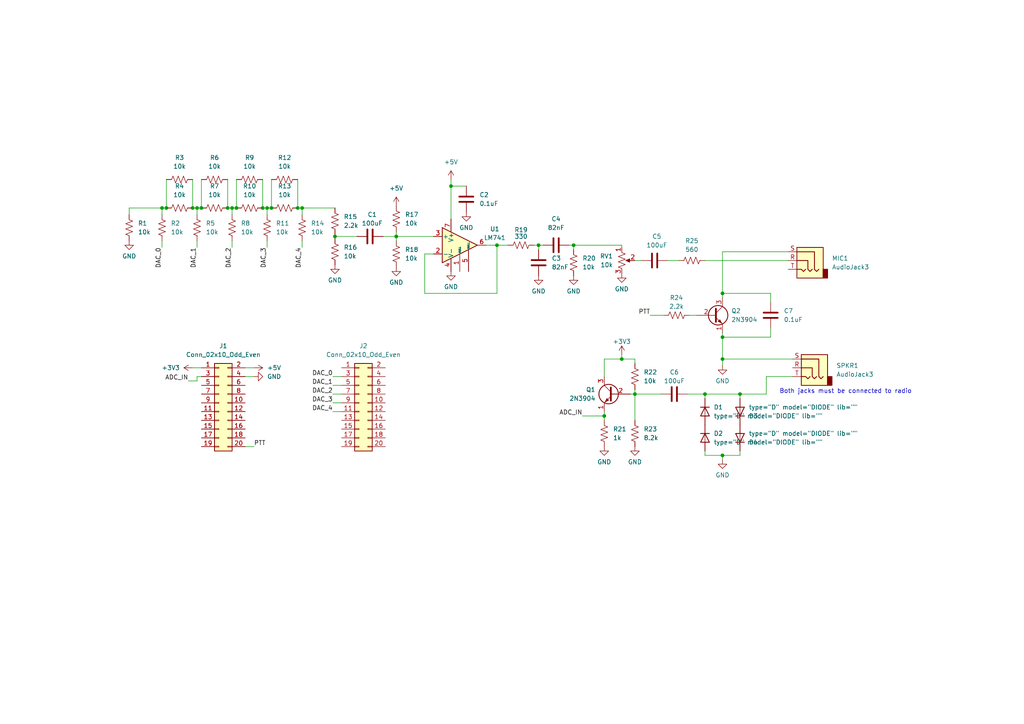
<source format=kicad_sch>
(kicad_sch (version 20211123) (generator eeschema)
  (paper "A4")
  (lib_symbols
    (symbol "Amplifier_Operational:LM741" (pin_names (offset 0.127))
      (property "Reference" "U" (at 0 6.35 0))
      (property "Value" "LM741" (at 0 3.81 0))
      (symbol "LM741_0_1"
        (polyline (pts (xy -5.08 5.08) (xy 5.08 0) (xy -5.08 -5.08) (xy -5.08 5.08)) (stroke (width 0.254)) (fill (type background)))
      )
      (symbol "LM741_1_1"
        (pin input line (at 0 -7.62 90) (length 5.08) (name "NULL") (number "1"))
        (pin input line (at -7.62 -2.54 0) (length 2.54) (name "-") (number "2"))
        (pin input line (at -7.62 2.54 0) (length 2.54) (name "+") (number "3"))
        (pin power_in line (at -2.54 -7.62 90) (length 3.81) (name "V-") (number "4"))
        (pin input line (at 2.54 -7.62 90) (length 6.35) (name "NULL") (number "5"))
        (pin output line (at 7.62 0 180) (length 2.54) (name "~") (number "6"))
        (pin power_in line (at -2.54 7.62 270) (length 3.81) (name "V+") (number "7"))
        (pin no_connect line (at 0 2.54 270) (length 2.54) hide (name "NC") (number "8"))
      )
    )
    (symbol "Connector:AudioJack3"
      (property "Reference" "J" (at 0 8.89 0))
      (property "Value" "AudioJack3" (at 0 6.35 0))
      (symbol "AudioJack3_0_1"
        (rectangle (start -5.08 -5.08) (end -6.35 -2.54) (stroke (width 0.254)) (fill (type outline)))
        (polyline (pts (xy 0 -2.54) (xy 0.635 -3.175) (xy 1.27 -2.54) (xy 2.54 -2.54)) (stroke (width 0.254)))
        (polyline (pts (xy -1.905 -2.54) (xy -1.27 -3.175) (xy -0.635 -2.54) (xy -0.635 0) (xy 2.54 0)) (stroke (width 0.254)))
        (polyline (pts (xy 2.54 2.54) (xy -2.54 2.54) (xy -2.54 -2.54) (xy -3.175 -3.175) (xy -3.81 -2.54)) (stroke (width 0.254)))
        (rectangle (start 2.54 3.81) (end -5.08 -5.08) (stroke (width 0.254)) (fill (type background)))
      )
      (symbol "AudioJack3_1_1"
        (pin passive line (at 5.08 0 180) (length 2.54) (name "~") (number "R"))
        (pin passive line (at 5.08 2.54 180) (length 2.54) (name "~") (number "S"))
        (pin passive line (at 5.08 -2.54 180) (length 2.54) (name "~") (number "T"))
      )
    )
    (symbol "Connector_Generic:Conn_02x10_Odd_Even" (pin_names (offset 1.016) hide)
      (property "Reference" "J" (at 1.27 12.7 0))
      (property "Value" "Conn_02x10_Odd_Even" (at 1.27 -15.24 0))
      (symbol "Conn_02x10_Odd_Even_1_1"
        (rectangle (start -1.27 -12.573) (end 0 -12.827) (stroke (width 0.1524)))
        (rectangle (start -1.27 -10.033) (end 0 -10.287) (stroke (width 0.1524)))
        (rectangle (start -1.27 -7.493) (end 0 -7.747) (stroke (width 0.1524)))
        (rectangle (start -1.27 -4.953) (end 0 -5.207) (stroke (width 0.1524)))
        (rectangle (start -1.27 -2.413) (end 0 -2.667) (stroke (width 0.1524)))
        (rectangle (start -1.27 0.127) (end 0 -0.127) (stroke (width 0.1524)))
        (rectangle (start -1.27 2.667) (end 0 2.413) (stroke (width 0.1524)))
        (rectangle (start -1.27 5.207) (end 0 4.953) (stroke (width 0.1524)))
        (rectangle (start -1.27 7.747) (end 0 7.493) (stroke (width 0.1524)))
        (rectangle (start -1.27 10.287) (end 0 10.033) (stroke (width 0.1524)))
        (rectangle (start -1.27 11.43) (end 3.81 -13.97) (stroke (width 0.254)) (fill (type background)))
        (rectangle (start 3.81 -12.573) (end 2.54 -12.827) (stroke (width 0.1524)))
        (rectangle (start 3.81 -10.033) (end 2.54 -10.287) (stroke (width 0.1524)))
        (rectangle (start 3.81 -7.493) (end 2.54 -7.747) (stroke (width 0.1524)))
        (rectangle (start 3.81 -4.953) (end 2.54 -5.207) (stroke (width 0.1524)))
        (rectangle (start 3.81 -2.413) (end 2.54 -2.667) (stroke (width 0.1524)))
        (rectangle (start 3.81 0.127) (end 2.54 -0.127) (stroke (width 0.1524)))
        (rectangle (start 3.81 2.667) (end 2.54 2.413) (stroke (width 0.1524)))
        (rectangle (start 3.81 5.207) (end 2.54 4.953) (stroke (width 0.1524)))
        (rectangle (start 3.81 7.747) (end 2.54 7.493) (stroke (width 0.1524)))
        (rectangle (start 3.81 10.287) (end 2.54 10.033) (stroke (width 0.1524)))
        (pin passive line (at -5.08 10.16 0) (length 3.81) (name "Pin_1") (number "1"))
        (pin passive line (at 7.62 0 180) (length 3.81) (name "Pin_10") (number "10"))
        (pin passive line (at -5.08 -2.54 0) (length 3.81) (name "Pin_11") (number "11"))
        (pin passive line (at 7.62 -2.54 180) (length 3.81) (name "Pin_12") (number "12"))
        (pin passive line (at -5.08 -5.08 0) (length 3.81) (name "Pin_13") (number "13"))
        (pin passive line (at 7.62 -5.08 180) (length 3.81) (name "Pin_14") (number "14"))
        (pin passive line (at -5.08 -7.62 0) (length 3.81) (name "Pin_15") (number "15"))
        (pin passive line (at 7.62 -7.62 180) (length 3.81) (name "Pin_16") (number "16"))
        (pin passive line (at -5.08 -10.16 0) (length 3.81) (name "Pin_17") (number "17"))
        (pin passive line (at 7.62 -10.16 180) (length 3.81) (name "Pin_18") (number "18"))
        (pin passive line (at -5.08 -12.7 0) (length 3.81) (name "Pin_19") (number "19"))
        (pin passive line (at 7.62 10.16 180) (length 3.81) (name "Pin_2") (number "2"))
        (pin passive line (at 7.62 -12.7 180) (length 3.81) (name "Pin_20") (number "20"))
        (pin passive line (at -5.08 7.62 0) (length 3.81) (name "Pin_3") (number "3"))
        (pin passive line (at 7.62 7.62 180) (length 3.81) (name "Pin_4") (number "4"))
        (pin passive line (at -5.08 5.08 0) (length 3.81) (name "Pin_5") (number "5"))
        (pin passive line (at 7.62 5.08 180) (length 3.81) (name "Pin_6") (number "6"))
        (pin passive line (at -5.08 2.54 0) (length 3.81) (name "Pin_7") (number "7"))
        (pin passive line (at 7.62 2.54 180) (length 3.81) (name "Pin_8") (number "8"))
        (pin passive line (at -5.08 0 0) (length 3.81) (name "Pin_9") (number "9"))
      )
    )
    (symbol "Device:C" (pin_numbers hide) (pin_names (offset 0.254))
      (property "Reference" "C" (at 0.635 2.54 0))
      (property "Value" "C" (at 0.635 -2.54 0))
      (symbol "C_0_1"
        (polyline (pts (xy -2.032 -0.762) (xy 2.032 -0.762)) (stroke (width 0.508)))
        (polyline (pts (xy -2.032 0.762) (xy 2.032 0.762)) (stroke (width 0.508)))
      )
      (symbol "C_1_1"
        (pin passive line (at 0 3.81 270) (length 2.794) (name "~") (number "1"))
        (pin passive line (at 0 -3.81 90) (length 2.794) (name "~") (number "2"))
      )
    )
    (symbol "Device:R_Potentiometer_US" (pin_names (offset 1.016) hide)
      (property "Reference" "RV" (at -4.445 0 90))
      (property "Value" "R_Potentiometer_US" (at -2.54 0 90))
      (symbol "R_Potentiometer_US_0_1"
        (polyline (pts (xy 0 -2.286) (xy 0 -2.54)))
        (polyline (pts (xy 0 2.54) (xy 0 2.286)))
        (polyline (pts (xy 2.54 0) (xy 1.524 0)))
        (polyline (pts (xy 1.143 0) (xy 2.286 0.508) (xy 2.286 -0.508) (xy 1.143 0)) (fill (type outline)))
        (polyline (pts (xy 0 -0.762) (xy 1.016 -1.143) (xy 0 -1.524) (xy -1.016 -1.905) (xy 0 -2.286)))
        (polyline (pts (xy 0 0.762) (xy 1.016 0.381) (xy 0 0) (xy -1.016 -0.381) (xy 0 -0.762)))
        (polyline (pts (xy 0 2.286) (xy 1.016 1.905) (xy 0 1.524) (xy -1.016 1.143) (xy 0 0.762)))
      )
      (symbol "R_Potentiometer_US_1_1"
        (pin passive line (at 0 3.81 270) (length 1.27) (name "1") (number "1"))
        (pin passive line (at 3.81 0 180) (length 1.27) (name "2") (number "2"))
        (pin passive line (at 0 -3.81 90) (length 1.27) (name "3") (number "3"))
      )
    )
    (symbol "Device:R_US" (pin_numbers hide) (pin_names (offset 0))
      (property "Reference" "R" (at 2.54 0 90))
      (property "Value" "R_US" (at -2.54 0 90))
      (symbol "R_US_0_1"
        (polyline (pts (xy 0 -2.286) (xy 0 -2.54)))
        (polyline (pts (xy 0 2.286) (xy 0 2.54)))
        (polyline (pts (xy 0 -0.762) (xy 1.016 -1.143) (xy 0 -1.524) (xy -1.016 -1.905) (xy 0 -2.286)))
        (polyline (pts (xy 0 0.762) (xy 1.016 0.381) (xy 0 0) (xy -1.016 -0.381) (xy 0 -0.762)))
        (polyline (pts (xy 0 2.286) (xy 1.016 1.905) (xy 0 1.524) (xy -1.016 1.143) (xy 0 0.762)))
      )
      (symbol "R_US_1_1"
        (pin passive line (at 0 3.81 270) (length 1.27) (name "~") (number "1"))
        (pin passive line (at 0 -3.81 90) (length 1.27) (name "~") (number "2"))
      )
    )
    (symbol "Simulation_SPICE:DIODE" (pin_numbers hide) (pin_names (offset 1.016) hide)
      (property "Reference" "D" (at 0 2.54 0))
      (property "Value" "DIODE" (at 0 -2.54 0))
      (symbol "DIODE_0_1"
        (polyline (pts (xy 1.27 0) (xy -1.27 0)))
        (polyline (pts (xy 1.27 1.27) (xy 1.27 -1.27)) (stroke (width 0.254)))
        (polyline (pts (xy -1.27 -1.27) (xy -1.27 1.27) (xy 1.27 0) (xy -1.27 -1.27)) (stroke (width 0.254)))
      )
      (symbol "DIODE_1_1"
        (pin passive line (at -3.81 0 0) (length 2.54) (name "A") (number "1"))
        (pin passive line (at 3.81 0 180) (length 2.54) (name "K") (number "2"))
      )
    )
    (symbol "Transistor_BJT:2N3904" (pin_names (offset 0) hide)
      (property "Reference" "Q" (at 5.08 1.905 0))
      (property "Value" "2N3904" (at 5.08 0 0))
      (symbol "2N3904_0_1"
        (polyline (pts (xy 0.635 0.635) (xy 2.54 2.54)))
        (polyline (pts (xy 0.635 -0.635) (xy 2.54 -2.54) (xy 2.54 -2.54)))
        (polyline (pts (xy 0.635 1.905) (xy 0.635 -1.905) (xy 0.635 -1.905)) (stroke (width 0.508)))
        (polyline (pts (xy 1.27 -1.778) (xy 1.778 -1.27) (xy 2.286 -2.286) (xy 1.27 -1.778) (xy 1.27 -1.778)) (fill (type outline)))
        (circle (center 1.27 0) (radius 2.8194) (stroke (width 0.254)))
      )
      (symbol "2N3904_1_1"
        (pin passive line (at 2.54 -5.08 90) (length 2.54) (name "E") (number "1"))
        (pin passive line (at -5.08 0 0) (length 5.715) (name "B") (number "2"))
        (pin passive line (at 2.54 5.08 270) (length 2.54) (name "C") (number "3"))
      )
    )
    (symbol "power:+3V3" (power) (pin_names (offset 0))
      (property "Value" "+3V3" (at 0 3.556 0))
      (symbol "+3V3_0_1"
        (polyline (pts (xy -0.762 1.27) (xy 0 2.54)))
        (polyline (pts (xy 0 0) (xy 0 2.54)))
        (polyline (pts (xy 0 2.54) (xy 0.762 1.27)))
      )
      (symbol "+3V3_1_1"
        (pin power_in line (at 0 0 90) (length 0) hide (name "+3V3") (number "1"))
      )
    )
    (symbol "power:+5V" (power) (pin_names (offset 0))
      (property "Value" "+5V" (at 0 3.556 0))
      (symbol "+5V_0_1"
        (polyline (pts (xy -0.762 1.27) (xy 0 2.54)))
        (polyline (pts (xy 0 0) (xy 0 2.54)))
        (polyline (pts (xy 0 2.54) (xy 0.762 1.27)))
      )
      (symbol "+5V_1_1"
        (pin power_in line (at 0 0 90) (length 0) hide (name "+5V") (number "1"))
      )
    )
    (symbol "power:GND" (power) (pin_names (offset 0))
      (property "Value" "GND" (at 0 -3.81 0))
      (symbol "GND_0_1"
        (polyline (pts (xy 0 0) (xy 0 -1.27) (xy 1.27 -1.27) (xy 0 -2.54) (xy -1.27 -1.27) (xy 0 -1.27)))
      )
      (symbol "GND_1_1"
        (pin power_in line (at 0 0 270) (length 0) hide (name "GND") (number "1"))
      )
    )
  )
  (junction (at 77.47 60.325))
  (junction (at 214.63 114.3))
  (junction (at 67.31 60.325))
  (junction (at 48.26 60.325))
  (junction (at 55.88 60.325))
  (junction (at 46.99 60.325))
  (junction (at 66.04 60.325))
  (junction (at 184.15 114.3))
  (junction (at 204.47 114.3))
  (junction (at 209.55 85.09))
  (junction (at 209.55 97.79))
  (junction (at 68.58 60.325))
  (junction (at 76.2 60.325))
  (junction (at 166.37 71.12))
  (junction (at 97.155 68.58))
  (junction (at 156.21 71.12))
  (junction (at 58.42 60.325))
  (junction (at 57.15 60.325))
  (junction (at 209.55 104.14))
  (junction (at 86.36 60.325))
  (junction (at 175.26 120.65))
  (junction (at 209.55 132.08))
  (junction (at 87.63 60.325))
  (junction (at 180.34 104.14))
  (junction (at 144.145 71.12))
  (junction (at 78.74 60.325))
  (junction (at 114.935 68.58))
  (junction (at 130.81 53.975))
  (wire (pts (xy 144.145 71.12) (xy 147.32 71.12)))
  (wire (pts (xy 214.63 114.3) (xy 222.25 114.3)))
  (wire (pts (xy 209.55 132.08) (xy 214.63 132.08)))
  (wire (pts (xy 166.37 71.12) (xy 180.34 71.12)))
  (wire (pts (xy 156.21 71.12) (xy 156.21 72.39)))
  (wire (pts (xy 209.55 85.09) (xy 223.52 85.09)))
  (wire (pts (xy 156.21 71.12) (xy 157.48 71.12)))
  (wire (pts (xy 55.88 52.07) (xy 55.88 60.325)))
  (wire (pts (xy 184.15 114.3) (xy 184.15 121.92)))
  (wire (pts (xy 71.12 129.54) (xy 73.66 129.54)))
  (wire (pts (xy 111.125 68.58) (xy 114.935 68.58)))
  (wire (pts (xy 55.88 60.325) (xy 57.15 60.325)))
  (wire (pts (xy 209.55 97.79) (xy 223.52 97.79)))
  (wire (pts (xy 209.55 73.025) (xy 209.55 85.09)))
  (wire (pts (xy 209.55 97.79) (xy 209.55 104.14)))
  (wire (pts (xy 76.2 52.07) (xy 76.2 60.325)))
  (wire (pts (xy 184.15 105.41) (xy 184.15 104.14)))
  (wire (pts (xy 67.31 60.325) (xy 67.31 62.23)))
  (wire (pts (xy 96.52 114.3) (xy 99.06 114.3)))
  (wire (pts (xy 175.26 104.14) (xy 180.34 104.14)))
  (wire (pts (xy 96.52 111.76) (xy 99.06 111.76)))
  (wire (pts (xy 76.2 60.325) (xy 77.47 60.325)))
  (wire (pts (xy 180.34 104.14) (xy 184.15 104.14)))
  (wire (pts (xy 86.36 52.07) (xy 86.36 60.325)))
  (wire (pts (xy 68.58 52.07) (xy 68.58 60.325)))
  (wire (pts (xy 130.81 52.07) (xy 130.81 53.975)))
  (wire (pts (xy 67.31 60.325) (xy 68.58 60.325)))
  (wire (pts (xy 184.15 75.565) (xy 186.055 75.565)))
  (wire (pts (xy 229.87 109.22) (xy 222.25 109.22)))
  (wire (pts (xy 67.31 69.85) (xy 67.31 71.755)))
  (wire (pts (xy 57.15 60.325) (xy 58.42 60.325)))
  (wire (pts (xy 209.55 85.09) (xy 209.55 86.36)))
  (wire (pts (xy 209.55 104.14) (xy 209.55 106.045)))
  (wire (pts (xy 87.63 69.85) (xy 87.63 71.755)))
  (wire (pts (xy 71.12 109.22) (xy 73.66 109.22)))
  (wire (pts (xy 77.47 60.325) (xy 77.47 62.23)))
  (wire (pts (xy 48.26 52.07) (xy 48.26 60.325)))
  (wire (pts (xy 184.15 114.3) (xy 191.77 114.3)))
  (wire (pts (xy 71.12 106.68) (xy 73.66 106.68)))
  (wire (pts (xy 96.52 119.38) (xy 99.06 119.38)))
  (wire (pts (xy 46.99 69.85) (xy 46.99 71.755)))
  (wire (pts (xy 175.26 120.65) (xy 175.26 121.92)))
  (wire (pts (xy 114.935 69.85) (xy 114.935 68.58)))
  (wire (pts (xy 209.55 132.08) (xy 209.55 133.35)))
  (wire (pts (xy 228.6 73.025) (xy 209.55 73.025)))
  (wire (pts (xy 180.34 71.755) (xy 180.34 71.12)))
  (wire (pts (xy 209.55 104.14) (xy 229.87 104.14)))
  (wire (pts (xy 57.15 69.85) (xy 57.15 71.755)))
  (wire (pts (xy 214.63 132.08) (xy 214.63 130.81)))
  (wire (pts (xy 175.26 119.38) (xy 175.26 120.65)))
  (wire (pts (xy 204.47 114.3) (xy 204.47 115.57)))
  (wire (pts (xy 222.25 109.22) (xy 222.25 114.3)))
  (wire (pts (xy 166.37 71.12) (xy 166.37 72.39)))
  (wire (pts (xy 223.52 95.25) (xy 223.52 97.79)))
  (wire (pts (xy 130.81 53.975) (xy 130.81 63.5)))
  (wire (pts (xy 204.47 130.81) (xy 204.47 132.08)))
  (wire (pts (xy 87.63 60.325) (xy 97.155 60.325)))
  (wire (pts (xy 78.74 52.07) (xy 78.74 60.325)))
  (wire (pts (xy 154.94 71.12) (xy 156.21 71.12)))
  (wire (pts (xy 37.465 60.325) (xy 46.99 60.325)))
  (wire (pts (xy 223.52 87.63) (xy 223.52 85.09)))
  (wire (pts (xy 55.88 106.68) (xy 58.42 106.68)))
  (wire (pts (xy 58.42 109.22) (xy 57.15 109.22)))
  (wire (pts (xy 180.34 102.87) (xy 180.34 104.14)))
  (wire (pts (xy 37.465 62.23) (xy 37.465 60.325)))
  (wire (pts (xy 193.675 75.565) (xy 196.85 75.565)))
  (wire (pts (xy 200.025 91.44) (xy 201.93 91.44)))
  (wire (pts (xy 182.88 114.3) (xy 184.15 114.3)))
  (wire (pts (xy 214.63 114.3) (xy 214.63 115.57)))
  (wire (pts (xy 46.99 60.325) (xy 48.26 60.325)))
  (wire (pts (xy 114.935 68.58) (xy 125.73 68.58)))
  (wire (pts (xy 199.39 114.3) (xy 204.47 114.3)))
  (wire (pts (xy 97.155 69.215) (xy 97.155 68.58)))
  (wire (pts (xy 96.52 116.84) (xy 99.06 116.84)))
  (wire (pts (xy 96.52 109.22) (xy 99.06 109.22)))
  (wire (pts (xy 54.61 110.49) (xy 57.15 110.49)))
  (wire (pts (xy 130.81 53.975) (xy 135.255 53.975)))
  (wire (pts (xy 97.155 68.58) (xy 97.155 67.945)))
  (wire (pts (xy 123.19 85.09) (xy 123.19 73.66)))
  (wire (pts (xy 97.155 68.58) (xy 103.505 68.58)))
  (wire (pts (xy 58.42 52.07) (xy 58.42 60.325)))
  (wire (pts (xy 87.63 60.325) (xy 87.63 62.23)))
  (wire (pts (xy 66.04 52.07) (xy 66.04 60.325)))
  (wire (pts (xy 204.47 114.3) (xy 214.63 114.3)))
  (wire (pts (xy 184.15 113.03) (xy 184.15 114.3)))
  (wire (pts (xy 140.97 71.12) (xy 144.145 71.12)))
  (wire (pts (xy 66.04 60.325) (xy 67.31 60.325)))
  (wire (pts (xy 175.26 109.22) (xy 175.26 104.14)))
  (wire (pts (xy 144.145 85.09) (xy 123.19 85.09)))
  (wire (pts (xy 46.99 60.325) (xy 46.99 62.23)))
  (wire (pts (xy 209.55 96.52) (xy 209.55 97.79)))
  (wire (pts (xy 114.935 67.31) (xy 114.935 68.58)))
  (wire (pts (xy 77.47 69.85) (xy 77.47 71.755)))
  (wire (pts (xy 57.15 60.325) (xy 57.15 62.23)))
  (wire (pts (xy 168.91 120.65) (xy 175.26 120.65)))
  (wire (pts (xy 204.47 75.565) (xy 228.6 75.565)))
  (wire (pts (xy 77.47 60.325) (xy 78.74 60.325)))
  (wire (pts (xy 144.145 71.12) (xy 144.145 85.09)))
  (wire (pts (xy 123.19 73.66) (xy 125.73 73.66)))
  (wire (pts (xy 86.36 60.325) (xy 87.63 60.325)))
  (wire (pts (xy 204.47 132.08) (xy 209.55 132.08)))
  (wire (pts (xy 57.15 109.22) (xy 57.15 110.49)))
  (wire (pts (xy 165.1 71.12) (xy 166.37 71.12)))
  (wire (pts (xy 188.595 91.44) (xy 192.405 91.44)))
  (text "Both jacks must be connected to radio" (at 226.06 114.3 0) (effects (font (size 1.27 1.27)) (justify left bottom)))
  (label "DAC_4" (at 87.63 71.755 270))
  (label "ADC_IN" (at 54.61 110.49 180))
  (label "DAC_1" (at 57.15 71.755 270))
  (label "DAC_2" (at 96.52 114.3 180))
  (label "DAC_2" (at 67.31 71.755 270))
  (label "ADC_IN" (at 168.91 120.65 180))
  (label "DAC_4" (at 96.52 119.38 180))
  (label "DAC_1" (at 96.52 111.76 180))
  (label "DAC_0" (at 96.52 109.22 180))
  (label "DAC_3" (at 96.52 116.84 180))
  (label "PTT" (at 73.66 129.54 0))
  (label "DAC_3" (at 77.47 71.755 270))
  (label "PTT" (at 188.595 91.44 180))
  (label "DAC_0" (at 46.99 71.755 270))
  (symbol (lib_id "Device:C") (at 156.21 76.2 0) (unit 1)
    (property "Reference" "C3" (at 160.02 74.9299 0) (effects (justify left)))
    (property "Value" "82nF" (at 160.02 77.4699 0) (effects (justify left)))
    (property "Footprint" "Capacitor_THT:C_Disc_D4.3mm_W1.9mm_P5.00mm" (effects hide))
  )
  (symbol (lib_id "Device:R_US") (at 82.55 52.07 90) (unit 1)
    (property "Reference" "R12" (at 82.55 45.72 90))
    (property "Value" "10k" (at 82.55 48.26 90))
    (property "Footprint" "Resistor_THT:R_Axial_DIN0207_L6.3mm_D2.5mm_P5.08mm_Vertical" (effects hide))
  )
  (symbol (lib_id "Device:R_US") (at 77.47 66.04 0) (unit 1)
    (property "Reference" "R11" (at 80.01 64.7699 0) (effects (justify left)))
    (property "Value" "10k" (at 80.01 67.3099 0) (effects (justify left)))
    (property "Footprint" "Resistor_THT:R_Axial_DIN0207_L6.3mm_D2.5mm_P10.16mm_Horizontal" (effects hide))
  )
  (symbol (lib_id "Device:R_US") (at 52.07 60.325 90) (unit 1)
    (property "Reference" "R4" (at 52.07 53.975 90))
    (property "Value" "10k" (at 52.07 56.515 90))
    (property "Footprint" "Resistor_THT:R_Axial_DIN0207_L6.3mm_D2.5mm_P5.08mm_Vertical" (effects hide))
  )
  (symbol (lib_id "Device:R_US") (at 196.215 91.44 90) (unit 1)
    (property "Reference" "R24" (at 196.215 86.36 90))
    (property "Value" "2.2k" (at 196.215 88.9 90))
    (property "Footprint" "Resistor_THT:R_Axial_DIN0207_L6.3mm_D2.5mm_P10.16mm_Horizontal" (effects hide))
  )
  (symbol (lib_id "power:GND") (at 135.255 61.595 0) (unit 1)
    (property "Reference" "#PWR010" (effects hide))
    (property "Value" "GND" (at 135.255 66.04 0))
  )
  (symbol (lib_id "Device:R_US") (at 184.15 109.22 0) (unit 1)
    (property "Reference" "R22" (at 186.69 107.9499 0) (effects (justify left)))
    (property "Value" "10k" (at 186.69 110.4899 0) (effects (justify left)))
    (property "Footprint" "Resistor_THT:R_Axial_DIN0207_L6.3mm_D2.5mm_P10.16mm_Horizontal" (effects hide))
  )
  (symbol (lib_id "Device:C") (at 195.58 114.3 90) (unit 1)
    (property "Reference" "C6" (at 195.58 107.95 90))
    (property "Value" "100uF" (at 195.58 110.49 90))
    (property "Footprint" "Capacitor_THT:CP_Radial_D8.0mm_P3.80mm" (effects hide))
  )
  (symbol (lib_id "Device:R_US") (at 87.63 66.04 0) (unit 1)
    (property "Reference" "R14" (at 90.17 64.7699 0) (effects (justify left)))
    (property "Value" "10k" (at 90.17 67.3099 0) (effects (justify left)))
    (property "Footprint" "Resistor_THT:R_Axial_DIN0207_L6.3mm_D2.5mm_P10.16mm_Horizontal" (effects hide))
  )
  (symbol (lib_id "Device:R_US") (at 200.66 75.565 90) (unit 1)
    (property "Reference" "R25" (at 200.66 69.85 90))
    (property "Value" "560" (at 200.66 72.39 90))
    (property "Footprint" "Resistor_THT:R_Axial_DIN0207_L6.3mm_D2.5mm_P10.16mm_Horizontal" (effects hide))
  )
  (symbol (lib_id "power:GND") (at 73.66 109.22 90) (unit 1)
    (property "Reference" "#PWR04" (effects hide))
    (property "Value" "GND" (at 77.47 109.2199 90) (effects (justify right)))
  )
  (symbol (lib_id "Device:R_US") (at 151.13 71.12 90) (unit 1)
    (property "Reference" "R19" (at 151.13 66.675 90))
    (property "Value" "330" (at 151.13 68.58 90))
    (property "Footprint" "Resistor_THT:R_Axial_DIN0207_L6.3mm_D2.5mm_P10.16mm_Horizontal" (effects hide))
  )
  (symbol (lib_id "Device:R_US") (at 114.935 73.66 0) (unit 1)
    (property "Reference" "R18" (at 117.475 72.3899 0) (effects (justify left)))
    (property "Value" "10k" (at 117.475 74.9299 0) (effects (justify left)))
    (property "Footprint" "Resistor_THT:R_Axial_DIN0207_L6.3mm_D2.5mm_P10.16mm_Horizontal" (effects hide))
  )
  (symbol (lib_id "Simulation_SPICE:DIODE") (at 204.47 127 90) (unit 1)
    (property "Reference" "D2" (at 207.01 125.7299 90) (effects (justify right)))
    (property "Value" "DIODE" (at 207.01 128.2699 90) (effects (justify right)))
    (property "Footprint" "Diode_THT:D_A-405_P7.62mm_Horizontal" (effects hide))
    (property "Spice_Netlist_Enabled" "Y" (effects hide))
    (property "Spice_Primitive" "D" (effects hide))
  )
  (symbol (lib_id "power:GND") (at 156.21 80.01 0) (unit 1)
    (property "Reference" "#PWR011" (effects hide))
    (property "Value" "GND" (at 156.21 84.455 0))
  )
  (symbol (lib_id "power:+5V") (at 73.66 106.68 270) (unit 1)
    (property "Reference" "#PWR03" (effects hide))
    (property "Value" "+5V" (at 77.47 106.6799 90) (effects (justify left)))
  )
  (symbol (lib_id "Connector:AudioJack3") (at 233.68 75.565 0) (mirror y) (unit 1)
    (property "Reference" "MIC1" (at 241.3 74.9299 0) (effects (justify right)))
    (property "Value" "AudioJack3" (at 241.3 77.4699 0) (effects (justify right)))
    (property "Footprint" "Connector_Audio:Jack_3.5mm_CUI_SJ1-3525N_Horizontal" (effects hide))
  )
  (symbol (lib_id "power:GND") (at 166.37 80.01 0) (unit 1)
    (property "Reference" "#PWR012" (effects hide))
    (property "Value" "GND" (at 166.37 84.455 0))
  )
  (symbol (lib_id "Device:C") (at 223.52 91.44 0) (unit 1)
    (property "Reference" "C7" (at 227.33 90.1699 0) (effects (justify left)))
    (property "Value" "0.1uF" (at 227.33 92.7099 0) (effects (justify left)))
    (property "Footprint" "Capacitor_THT:C_Disc_D4.3mm_W1.9mm_P5.00mm" (effects hide))
  )
  (symbol (lib_id "Device:C") (at 189.865 75.565 90) (unit 1)
    (property "Reference" "C5" (at 190.5 68.58 90))
    (property "Value" "100uF" (at 190.5 71.12 90))
    (property "Footprint" "Capacitor_THT:CP_Radial_D8.0mm_P3.80mm" (effects hide))
  )
  (symbol (lib_id "Device:R_Potentiometer_US") (at 180.34 75.565 0) (unit 1)
    (property "Reference" "RV1" (at 177.8 74.2949 0) (effects (justify right)))
    (property "Value" "10k" (at 177.8 76.8349 0) (effects (justify right)))
    (property "Footprint" "Potentiometer_THT:Potentiometer_Alpha_RD901F-40-00D_Single_Vertical" (effects hide))
  )
  (symbol (lib_id "Device:R_US") (at 72.39 52.07 90) (unit 1)
    (property "Reference" "R9" (at 72.39 45.72 90))
    (property "Value" "10k" (at 72.39 48.26 90))
    (property "Footprint" "Resistor_THT:R_Axial_DIN0207_L6.3mm_D2.5mm_P5.08mm_Vertical" (effects hide))
  )
  (symbol (lib_id "Device:R_US") (at 97.155 73.025 0) (unit 1)
    (property "Reference" "R16" (at 99.695 71.7549 0) (effects (justify left)))
    (property "Value" "10k" (at 99.695 74.2949 0) (effects (justify left)))
    (property "Footprint" "Resistor_THT:R_Axial_DIN0207_L6.3mm_D2.5mm_P10.16mm_Horizontal" (effects hide))
  )
  (symbol (lib_id "Device:R_US") (at 57.15 66.04 0) (unit 1)
    (property "Reference" "R5" (at 59.69 64.7699 0) (effects (justify left)))
    (property "Value" "10k" (at 59.69 67.3099 0) (effects (justify left)))
    (property "Footprint" "Resistor_THT:R_Axial_DIN0207_L6.3mm_D2.5mm_P10.16mm_Horizontal" (effects hide))
  )
  (symbol (lib_id "Device:R_US") (at 72.39 60.325 90) (unit 1)
    (property "Reference" "R10" (at 72.39 53.975 90))
    (property "Value" "10k" (at 72.39 56.515 90))
    (property "Footprint" "Resistor_THT:R_Axial_DIN0207_L6.3mm_D2.5mm_P5.08mm_Vertical" (effects hide))
  )
  (symbol (lib_id "power:GND") (at 209.55 133.35 0) (unit 1)
    (property "Reference" "#PWR018" (effects hide))
    (property "Value" "GND" (at 209.55 137.795 0))
  )
  (symbol (lib_id "Device:R_US") (at 184.15 125.73 0) (unit 1)
    (property "Reference" "R23" (at 186.69 124.4599 0) (effects (justify left)))
    (property "Value" "8.2k" (at 186.69 126.9999 0) (effects (justify left)))
    (property "Footprint" "Resistor_THT:R_Axial_DIN0207_L6.3mm_D2.5mm_P10.16mm_Horizontal" (effects hide))
  )
  (symbol (lib_id "Simulation_SPICE:DIODE") (at 204.47 119.38 90) (unit 1)
    (property "Reference" "D1" (at 207.01 118.1099 90) (effects (justify right)))
    (property "Value" "DIODE" (at 207.01 120.6499 90) (effects (justify right)))
    (property "Footprint" "Diode_THT:D_A-405_P7.62mm_Horizontal" (effects hide))
    (property "Spice_Netlist_Enabled" "Y" (effects hide))
    (property "Spice_Primitive" "D" (effects hide))
  )
  (symbol (lib_id "power:GND") (at 209.55 106.045 0) (unit 1)
    (property "Reference" "#PWR017" (effects hide))
    (property "Value" "GND" (at 209.55 110.49 0))
  )
  (symbol (lib_id "Transistor_BJT:2N3904") (at 177.8 114.3 0) (mirror y) (unit 1)
    (property "Reference" "Q1" (at 172.72 113.0299 0) (effects (justify left)))
    (property "Value" "2N3904" (at 172.72 115.5699 0) (effects (justify left)))
    (property "Footprint" "Package_TO_SOT_THT:TO-92_Inline" (effects hide))
    (property "Datasheet" "https://www.onsemi.com/pub/Collateral/2N3903-D.PDF" (effects hide))
  )
  (symbol (lib_id "Device:R_US") (at 62.23 52.07 90) (unit 1)
    (property "Reference" "R6" (at 62.23 45.72 90))
    (property "Value" "10k" (at 62.23 48.26 90))
    (property "Footprint" "Resistor_THT:R_Axial_DIN0207_L6.3mm_D2.5mm_P5.08mm_Vertical" (effects hide))
  )
  (symbol (lib_id "Device:C") (at 135.255 57.785 0) (unit 1)
    (property "Reference" "C2" (at 139.065 56.5149 0) (effects (justify left)))
    (property "Value" "0.1uF" (at 139.065 59.0549 0) (effects (justify left)))
    (property "Footprint" "Capacitor_THT:C_Disc_D4.3mm_W1.9mm_P5.00mm" (effects hide))
  )
  (symbol (lib_id "Simulation_SPICE:DIODE") (at 214.63 119.38 90) (mirror x) (unit 1)
    (property "Reference" "D3" (at 217.17 120.6501 90) (effects (justify right)))
    (property "Value" "DIODE" (at 217.17 118.1101 90) (effects (justify right)))
    (property "Footprint" "Diode_THT:D_A-405_P7.62mm_Horizontal" (effects hide))
    (property "Spice_Netlist_Enabled" "Y" (effects hide))
    (property "Spice_Primitive" "D" (effects hide))
  )
  (symbol (lib_id "Device:C") (at 107.315 68.58 90) (unit 1)
    (property "Reference" "C1" (at 107.95 62.23 90))
    (property "Value" "100uF" (at 107.95 64.77 90))
    (property "Footprint" "Capacitor_THT:CP_Radial_D8.0mm_P3.80mm" (effects hide))
  )
  (symbol (lib_id "power:GND") (at 180.34 79.375 0) (unit 1)
    (property "Reference" "#PWR014" (effects hide))
    (property "Value" "GND" (at 180.34 83.82 0))
  )
  (symbol (lib_id "Device:R_US") (at 114.935 63.5 0) (unit 1)
    (property "Reference" "R17" (at 117.475 62.2299 0) (effects (justify left)))
    (property "Value" "10k" (at 117.475 64.7699 0) (effects (justify left)))
    (property "Footprint" "Resistor_THT:R_Axial_DIN0207_L6.3mm_D2.5mm_P10.16mm_Horizontal" (effects hide))
  )
  (symbol (lib_id "Device:R_US") (at 67.31 66.04 0) (unit 1)
    (property "Reference" "R8" (at 69.85 64.7699 0) (effects (justify left)))
    (property "Value" "10k" (at 69.85 67.3099 0) (effects (justify left)))
    (property "Footprint" "Resistor_THT:R_Axial_DIN0207_L6.3mm_D2.5mm_P10.16mm_Horizontal" (effects hide))
  )
  (symbol (lib_id "Device:R_US") (at 37.465 66.04 0) (unit 1)
    (property "Reference" "R1" (at 40.005 64.7699 0) (effects (justify left)))
    (property "Value" "10k" (at 40.005 67.3099 0) (effects (justify left)))
    (property "Footprint" "Resistor_THT:R_Axial_DIN0207_L6.3mm_D2.5mm_P5.08mm_Vertical" (effects hide))
  )
  (symbol (lib_id "Connector_Generic:Conn_02x10_Odd_Even") (at 63.5 116.84 0) (unit 1)
    (property "Reference" "J1" (at 64.77 100.33 0))
    (property "Value" "Conn_02x10_Odd_Even" (at 64.77 102.87 0))
    (property "Footprint" "Connector_PinHeader_2.54mm:PinHeader_2x10_P2.54mm_Vertical" (effects hide))
  )
  (symbol (lib_id "Transistor_BJT:2N3904") (at 207.01 91.44 0) (unit 1)
    (property "Reference" "Q2" (at 212.09 90.1699 0) (effects (justify left)))
    (property "Value" "2N3904" (at 212.09 92.7099 0) (effects (justify left)))
    (property "Footprint" "Package_TO_SOT_THT:TO-92_Inline" (effects hide))
    (property "Datasheet" "https://www.onsemi.com/pub/Collateral/2N3903-D.PDF" (effects hide))
  )
  (symbol (lib_id "power:+3V3") (at 180.34 102.87 0) (unit 1)
    (property "Reference" "#PWR015" (effects hide))
    (property "Value" "+3V3" (at 180.34 99.06 0))
  )
  (symbol (lib_id "Device:R_US") (at 97.155 64.135 0) (unit 1)
    (property "Reference" "R15" (at 99.695 62.8649 0) (effects (justify left)))
    (property "Value" "2.2k" (at 99.695 65.4049 0) (effects (justify left)))
    (property "Footprint" "Resistor_THT:R_Axial_DIN0207_L6.3mm_D2.5mm_P10.16mm_Horizontal" (effects hide))
  )
  (symbol (lib_id "power:GND") (at 37.465 69.85 0) (unit 1)
    (property "Reference" "#PWR01" (effects hide))
    (property "Value" "GND" (at 37.465 74.295 0))
  )
  (symbol (lib_id "power:+3V3") (at 55.88 106.68 90) (unit 1)
    (property "Reference" "#PWR02" (effects hide))
    (property "Value" "+3V3" (at 49.53 106.68 90))
  )
  (symbol (lib_id "Device:R_US") (at 62.23 60.325 90) (unit 1)
    (property "Reference" "R7" (at 62.23 53.975 90))
    (property "Value" "10k" (at 62.23 56.515 90))
    (property "Footprint" "Resistor_THT:R_Axial_DIN0207_L6.3mm_D2.5mm_P5.08mm_Vertical" (effects hide))
  )
  (symbol (lib_id "power:GND") (at 184.15 129.54 0) (unit 1)
    (property "Reference" "#PWR016" (effects hide))
    (property "Value" "GND" (at 184.15 133.985 0))
  )
  (symbol (lib_id "Simulation_SPICE:DIODE") (at 214.63 127 90) (mirror x) (unit 1)
    (property "Reference" "D4" (at 217.17 128.2701 90) (effects (justify right)))
    (property "Value" "DIODE" (at 217.17 125.7301 90) (effects (justify right)))
    (property "Footprint" "Diode_THT:D_A-405_P7.62mm_Horizontal" (effects hide))
    (property "Spice_Netlist_Enabled" "Y" (effects hide))
    (property "Spice_Primitive" "D" (effects hide))
  )
  (symbol (lib_id "Device:R_US") (at 52.07 52.07 90) (unit 1)
    (property "Reference" "R3" (at 52.07 45.72 90))
    (property "Value" "10k" (at 52.07 48.26 90))
    (property "Footprint" "Resistor_THT:R_Axial_DIN0207_L6.3mm_D2.5mm_P5.08mm_Vertical" (effects hide))
  )
  (symbol (lib_id "Connector:AudioJack3") (at 234.95 106.68 0) (mirror y) (unit 1)
    (property "Reference" "SPKR1" (at 242.57 106.0449 0) (effects (justify right)))
    (property "Value" "AudioJack3" (at 242.57 108.5849 0) (effects (justify right)))
    (property "Footprint" "Connector_Audio:Jack_3.5mm_CUI_SJ1-3525N_Horizontal" (effects hide))
  )
  (symbol (lib_id "power:GND") (at 114.935 77.47 0) (unit 1)
    (property "Reference" "#PWR07" (effects hide))
    (property "Value" "GND" (at 114.935 81.915 0))
  )
  (symbol (lib_id "power:+5V") (at 130.81 52.07 0) (unit 1)
    (property "Reference" "#PWR08" (effects hide))
    (property "Value" "+5V" (at 130.81 46.99 0))
  )
  (symbol (lib_id "Device:C") (at 161.29 71.12 90) (unit 1)
    (property "Reference" "C4" (at 161.29 63.5 90))
    (property "Value" "82nF" (at 161.29 66.04 90))
    (property "Footprint" "Capacitor_THT:C_Disc_D4.3mm_W1.9mm_P5.00mm" (effects hide))
  )
  (symbol (lib_id "Device:R_US") (at 166.37 76.2 0) (unit 1)
    (property "Reference" "R20" (at 168.91 74.9299 0) (effects (justify left)))
    (property "Value" "10k" (at 168.91 77.4699 0) (effects (justify left)))
    (property "Footprint" "Resistor_THT:R_Axial_DIN0207_L6.3mm_D2.5mm_P10.16mm_Horizontal" (effects hide))
  )
  (symbol (lib_id "Device:R_US") (at 46.99 66.04 0) (unit 1)
    (property "Reference" "R2" (at 49.53 64.7699 0) (effects (justify left)))
    (property "Value" "10k" (at 49.53 67.3099 0) (effects (justify left)))
    (property "Footprint" "Resistor_THT:R_Axial_DIN0207_L6.3mm_D2.5mm_P10.16mm_Horizontal" (effects hide))
  )
  (symbol (lib_id "Device:R_US") (at 82.55 60.325 90) (unit 1)
    (property "Reference" "R13" (at 82.55 53.975 90))
    (property "Value" "10k" (at 82.55 56.515 90))
    (property "Footprint" "Resistor_THT:R_Axial_DIN0207_L6.3mm_D2.5mm_P5.08mm_Vertical" (effects hide))
  )
  (symbol (lib_id "power:+5V") (at 114.935 59.69 0) (unit 1)
    (property "Reference" "#PWR06" (effects hide))
    (property "Value" "+5V" (at 114.935 54.61 0))
  )
  (symbol (lib_id "power:GND") (at 130.81 78.74 0) (unit 1)
    (property "Reference" "#PWR09" (effects hide))
    (property "Value" "GND" (at 130.81 83.185 0))
  )
  (symbol (lib_id "Device:R_US") (at 175.26 125.73 0) (unit 1)
    (property "Reference" "R21" (at 177.8 124.4599 0) (effects (justify left)))
    (property "Value" "1k" (at 177.8 126.9999 0) (effects (justify left)))
    (property "Footprint" "Resistor_THT:R_Axial_DIN0207_L6.3mm_D2.5mm_P10.16mm_Horizontal" (effects hide))
  )
  (symbol (lib_id "Connector_Generic:Conn_02x10_Odd_Even") (at 104.14 116.84 0) (unit 1)
    (property "Reference" "J2" (at 105.41 100.33 0))
    (property "Value" "Conn_02x10_Odd_Even" (at 105.41 102.87 0))
    (property "Footprint" "Connector_PinHeader_2.54mm:PinHeader_2x10_P2.54mm_Vertical" (effects hide))
  )
  (symbol (lib_id "power:GND") (at 97.155 76.835 0) (unit 1)
    (property "Reference" "#PWR05" (effects hide))
    (property "Value" "GND" (at 97.155 81.28 0))
  )
  (symbol (lib_id "power:GND") (at 175.26 129.54 0) (unit 1)
    (property "Reference" "#PWR013" (effects hide))
    (property "Value" "GND" (at 175.26 133.985 0))
  )
  (symbol (lib_id "Amplifier_Operational:LM741") (at 133.35 71.12 0) (unit 1)
    (property "Reference" "U1" (at 143.51 66.421 0))
    (property "Value" "LM741" (at 143.51 68.961 0))
    (property "Footprint" "Package_DIP:DIP-8_W7.62mm_LongPads" (effects hide))
    (property "Datasheet" "http://www.ti.com/lit/ds/symlink/lm741.pdf" (effects hide))
  )
)
</source>
